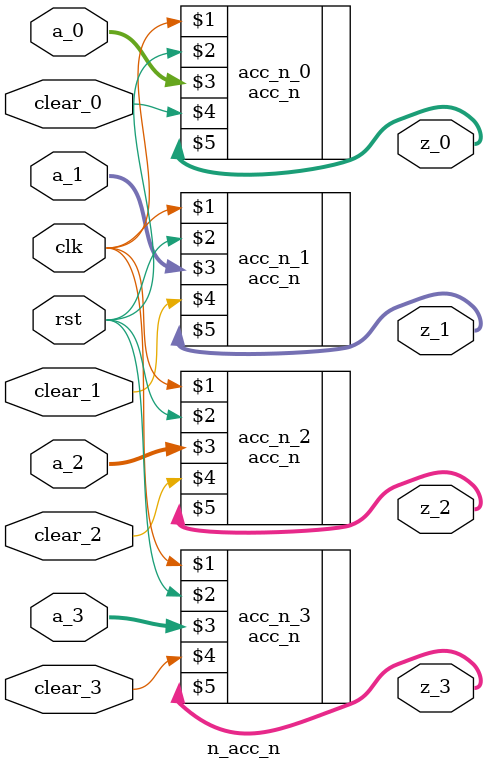
<source format=sv>
module n_acc_n //4
#(
	parameter arraySize = 4,
	parameter inputBits = 8,
	parameter addressWidth = 2,
	parameter aBits = 8,
	parameter zBits = 12
)
(
	input logic clk,
	input logic rst,
	input logic clear_0,
	input logic [aBits-1:0] a_0,
	output logic [zBits-1:0] z_0,
	input logic clear_1,
	input logic [aBits-1:0] a_1,
	output logic [zBits-1:0] z_1,
	input logic clear_2,
	input logic [aBits-1:0] a_2,
	output logic [zBits-1:0] z_2,
	input logic clear_3,
	input logic [aBits-1:0] a_3,
	output logic [zBits-1:0] z_3
);

	//column 0
	logic [zBits-1:0] acc_n_0_out;
	acc_n #(aBits, zBits) acc_n_0(clk, rst, a_0, clear_0, z_0);
	//column 1
	logic [zBits-1:0] acc_n_1_out;
	acc_n #(aBits, zBits) acc_n_1(clk, rst, a_1, clear_1, z_1);
	//column 2
	logic [zBits-1:0] acc_n_2_out;
	acc_n #(aBits, zBits) acc_n_2(clk, rst, a_2, clear_2, z_2);
	//column 3
	logic [zBits-1:0] acc_n_3_out;
	acc_n #(aBits, zBits) acc_n_3(clk, rst, a_3, clear_3, z_3);

endmodule
</source>
